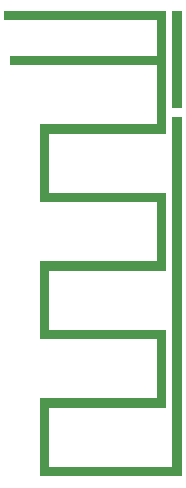
<source format=gbr>
G04 =======================================* 
G04 File Format: RS-274X * 
G04 Date:        March 06 2020 * 
G04 Time:        18:29:55 * 
G04 =======================================* 
G04 Format description *** 
G04 Code:          ASCII * 
G04 Unit:          Millimeter * 
G04 Coordinates:   Absolut * 
G04 Digits:        3.3-format * 
G04 Zeros skipped: Leading zeros omitted * 
G04 =======================================* 
%FSLAX33Y33*%
%MOMM*%
G90*
G71*
%LPD*%
G36*
G01X41700Y3900D02*
G01X42500Y3900D01*
G01X42500Y33500D01*
G01X41700Y33500D01*
G37*
%LPD*%
G36*
G01X27500Y41700D02*
G01X41200Y41700D01*
G01X41200Y42500D01*
G01X27500Y42500D01*
G37*
%LPD*%
G36*
G01X28000Y37900D02*
G01X40400Y37900D01*
G01X40400Y38700D01*
G01X28000Y38700D01*
G37*
%LPD*%
G36*
G01X30500Y3100D02*
G01X42500Y3100D01*
G01X42500Y3900D01*
G01X30500Y3900D01*
G37*
%LPD*%
G36*
G01X30500Y8900D02*
G01X41200Y8900D01*
G01X41200Y9700D01*
G01X30500Y9700D01*
G37*
%LPD*%
G36*
G01X30500Y26300D02*
G01X41200Y26300D01*
G01X41200Y27100D01*
G01X30500Y27100D01*
G37*
%LPD*%
G36*
G01X30500Y14700D02*
G01X41200Y14700D01*
G01X41200Y15500D01*
G01X30500Y15500D01*
G37*
%LPD*%
G36*
G01X30500Y32100D02*
G01X41200Y32100D01*
G01X41200Y32900D01*
G01X30500Y32900D01*
G37*
%LPD*%
G36*
G01X30500Y20500D02*
G01X41200Y20500D01*
G01X41200Y21300D01*
G01X30500Y21300D01*
G37*
%LPD*%
G36*
G01X40400Y32900D02*
G01X41200Y32900D01*
G01X41200Y41700D01*
G01X40400Y41700D01*
G37*
%LPD*%
G36*
G01X41700Y34300D02*
G01X42500Y34300D01*
G01X42500Y42500D01*
G01X41700Y42500D01*
G37*
%LPD*%
G36*
G01X40400Y9700D02*
G01X41200Y9700D01*
G01X41200Y14700D01*
G01X40400Y14700D01*
G37*
%LPD*%
G36*
G01X40400Y21300D02*
G01X41200Y21300D01*
G01X41200Y26300D01*
G01X40400Y26300D01*
G37*
%LPD*%
G36*
G01X30500Y3900D02*
G01X31300Y3900D01*
G01X31300Y8900D01*
G01X30500Y8900D01*
G37*
%LPD*%
G36*
G01X30500Y15500D02*
G01X31300Y15500D01*
G01X31300Y20500D01*
G01X30500Y20500D01*
G37*
%LPD*%
G36*
G01X30500Y27100D02*
G01X31300Y27100D01*
G01X31300Y32100D01*
G01X30500Y32100D01*
G37*
M02* 
G04 End Of Gerber File* 

</source>
